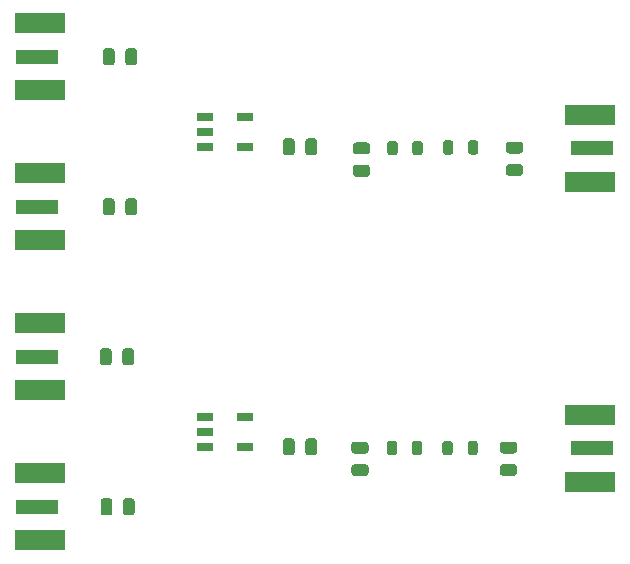
<source format=gbr>
%TF.GenerationSoftware,KiCad,Pcbnew,(5.1.9)-1*%
%TF.CreationDate,2021-03-17T18:41:45-04:00*%
%TF.ProjectId,BalunAndLowPass,42616c75-6e41-46e6-944c-6f7750617373,rev?*%
%TF.SameCoordinates,Original*%
%TF.FileFunction,Paste,Top*%
%TF.FilePolarity,Positive*%
%FSLAX46Y46*%
G04 Gerber Fmt 4.6, Leading zero omitted, Abs format (unit mm)*
G04 Created by KiCad (PCBNEW (5.1.9)-1) date 2021-03-17 18:41:45*
%MOMM*%
%LPD*%
G01*
G04 APERTURE LIST*
%ADD10R,4.200000X1.750000*%
%ADD11R,3.600000X1.270000*%
%ADD12R,1.400000X0.760000*%
G04 APERTURE END LIST*
D10*
%TO.C,J6*%
X104575000Y-92552000D03*
X104575000Y-98202000D03*
D11*
X104775000Y-95377000D03*
%TD*%
D10*
%TO.C,J5*%
X104575000Y-67152000D03*
X104575000Y-72802000D03*
D11*
X104775000Y-69977000D03*
%TD*%
D10*
%TO.C,J4*%
X57985000Y-90455000D03*
X57985000Y-84805000D03*
D11*
X57785000Y-87630000D03*
%TD*%
D10*
%TO.C,J3*%
X57985000Y-103155000D03*
X57985000Y-97505000D03*
D11*
X57785000Y-100330000D03*
%TD*%
D10*
%TO.C,J2*%
X57985000Y-65055000D03*
X57985000Y-59405000D03*
D11*
X57785000Y-62230000D03*
%TD*%
D10*
%TO.C,J1*%
X57985000Y-77755000D03*
X57985000Y-72105000D03*
D11*
X57785000Y-74930000D03*
%TD*%
%TO.C,CC6*%
G36*
G01*
X64320000Y-61755000D02*
X64320000Y-62705000D01*
G75*
G02*
X64070000Y-62955000I-250000J0D01*
G01*
X63570000Y-62955000D01*
G75*
G02*
X63320000Y-62705000I0J250000D01*
G01*
X63320000Y-61755000D01*
G75*
G02*
X63570000Y-61505000I250000J0D01*
G01*
X64070000Y-61505000D01*
G75*
G02*
X64320000Y-61755000I0J-250000D01*
G01*
G37*
G36*
G01*
X66220000Y-61755000D02*
X66220000Y-62705000D01*
G75*
G02*
X65970000Y-62955000I-250000J0D01*
G01*
X65470000Y-62955000D01*
G75*
G02*
X65220000Y-62705000I0J250000D01*
G01*
X65220000Y-61755000D01*
G75*
G02*
X65470000Y-61505000I250000J0D01*
G01*
X65970000Y-61505000D01*
G75*
G02*
X66220000Y-61755000I0J-250000D01*
G01*
G37*
%TD*%
%TO.C,CC5*%
G36*
G01*
X64320000Y-74455000D02*
X64320000Y-75405000D01*
G75*
G02*
X64070000Y-75655000I-250000J0D01*
G01*
X63570000Y-75655000D01*
G75*
G02*
X63320000Y-75405000I0J250000D01*
G01*
X63320000Y-74455000D01*
G75*
G02*
X63570000Y-74205000I250000J0D01*
G01*
X64070000Y-74205000D01*
G75*
G02*
X64320000Y-74455000I0J-250000D01*
G01*
G37*
G36*
G01*
X66220000Y-74455000D02*
X66220000Y-75405000D01*
G75*
G02*
X65970000Y-75655000I-250000J0D01*
G01*
X65470000Y-75655000D01*
G75*
G02*
X65220000Y-75405000I0J250000D01*
G01*
X65220000Y-74455000D01*
G75*
G02*
X65470000Y-74205000I250000J0D01*
G01*
X65970000Y-74205000D01*
G75*
G02*
X66220000Y-74455000I0J-250000D01*
G01*
G37*
%TD*%
%TO.C,CC4*%
G36*
G01*
X64066000Y-87155000D02*
X64066000Y-88105000D01*
G75*
G02*
X63816000Y-88355000I-250000J0D01*
G01*
X63316000Y-88355000D01*
G75*
G02*
X63066000Y-88105000I0J250000D01*
G01*
X63066000Y-87155000D01*
G75*
G02*
X63316000Y-86905000I250000J0D01*
G01*
X63816000Y-86905000D01*
G75*
G02*
X64066000Y-87155000I0J-250000D01*
G01*
G37*
G36*
G01*
X65966000Y-87155000D02*
X65966000Y-88105000D01*
G75*
G02*
X65716000Y-88355000I-250000J0D01*
G01*
X65216000Y-88355000D01*
G75*
G02*
X64966000Y-88105000I0J250000D01*
G01*
X64966000Y-87155000D01*
G75*
G02*
X65216000Y-86905000I250000J0D01*
G01*
X65716000Y-86905000D01*
G75*
G02*
X65966000Y-87155000I0J-250000D01*
G01*
G37*
%TD*%
%TO.C,CC3*%
G36*
G01*
X64127000Y-99855000D02*
X64127000Y-100805000D01*
G75*
G02*
X63877000Y-101055000I-250000J0D01*
G01*
X63377000Y-101055000D01*
G75*
G02*
X63127000Y-100805000I0J250000D01*
G01*
X63127000Y-99855000D01*
G75*
G02*
X63377000Y-99605000I250000J0D01*
G01*
X63877000Y-99605000D01*
G75*
G02*
X64127000Y-99855000I0J-250000D01*
G01*
G37*
G36*
G01*
X66027000Y-99855000D02*
X66027000Y-100805000D01*
G75*
G02*
X65777000Y-101055000I-250000J0D01*
G01*
X65277000Y-101055000D01*
G75*
G02*
X65027000Y-100805000I0J250000D01*
G01*
X65027000Y-99855000D01*
G75*
G02*
X65277000Y-99605000I250000J0D01*
G01*
X65777000Y-99605000D01*
G75*
G02*
X66027000Y-99855000I0J-250000D01*
G01*
G37*
%TD*%
%TO.C,L22*%
G36*
G01*
X92999400Y-69519550D02*
X92999400Y-70282050D01*
G75*
G02*
X92780650Y-70500800I-218750J0D01*
G01*
X92343150Y-70500800D01*
G75*
G02*
X92124400Y-70282050I0J218750D01*
G01*
X92124400Y-69519550D01*
G75*
G02*
X92343150Y-69300800I218750J0D01*
G01*
X92780650Y-69300800D01*
G75*
G02*
X92999400Y-69519550I0J-218750D01*
G01*
G37*
G36*
G01*
X95124400Y-69519550D02*
X95124400Y-70282050D01*
G75*
G02*
X94905650Y-70500800I-218750J0D01*
G01*
X94468150Y-70500800D01*
G75*
G02*
X94249400Y-70282050I0J218750D01*
G01*
X94249400Y-69519550D01*
G75*
G02*
X94468150Y-69300800I218750J0D01*
G01*
X94905650Y-69300800D01*
G75*
G02*
X95124400Y-69519550I0J-218750D01*
G01*
G37*
%TD*%
%TO.C,L11*%
G36*
G01*
X92948600Y-94970350D02*
X92948600Y-95732850D01*
G75*
G02*
X92729850Y-95951600I-218750J0D01*
G01*
X92292350Y-95951600D01*
G75*
G02*
X92073600Y-95732850I0J218750D01*
G01*
X92073600Y-94970350D01*
G75*
G02*
X92292350Y-94751600I218750J0D01*
G01*
X92729850Y-94751600D01*
G75*
G02*
X92948600Y-94970350I0J-218750D01*
G01*
G37*
G36*
G01*
X95073600Y-94970350D02*
X95073600Y-95732850D01*
G75*
G02*
X94854850Y-95951600I-218750J0D01*
G01*
X94417350Y-95951600D01*
G75*
G02*
X94198600Y-95732850I0J218750D01*
G01*
X94198600Y-94970350D01*
G75*
G02*
X94417350Y-94751600I218750J0D01*
G01*
X94854850Y-94751600D01*
G75*
G02*
X95073600Y-94970350I0J-218750D01*
G01*
G37*
%TD*%
D12*
%TO.C,TR2*%
X71945000Y-69850000D03*
X71945000Y-68580000D03*
X71945000Y-67310000D03*
X75375000Y-67310000D03*
X75375000Y-69850000D03*
%TD*%
%TO.C,TR1*%
X71945000Y-95250000D03*
X71945000Y-93980000D03*
X71945000Y-92710000D03*
X75375000Y-92710000D03*
X75375000Y-95250000D03*
%TD*%
%TO.C,L2*%
G36*
G01*
X88275000Y-69570350D02*
X88275000Y-70332850D01*
G75*
G02*
X88056250Y-70551600I-218750J0D01*
G01*
X87618750Y-70551600D01*
G75*
G02*
X87400000Y-70332850I0J218750D01*
G01*
X87400000Y-69570350D01*
G75*
G02*
X87618750Y-69351600I218750J0D01*
G01*
X88056250Y-69351600D01*
G75*
G02*
X88275000Y-69570350I0J-218750D01*
G01*
G37*
G36*
G01*
X90400000Y-69570350D02*
X90400000Y-70332850D01*
G75*
G02*
X90181250Y-70551600I-218750J0D01*
G01*
X89743750Y-70551600D01*
G75*
G02*
X89525000Y-70332850I0J218750D01*
G01*
X89525000Y-69570350D01*
G75*
G02*
X89743750Y-69351600I218750J0D01*
G01*
X90181250Y-69351600D01*
G75*
G02*
X90400000Y-69570350I0J-218750D01*
G01*
G37*
%TD*%
%TO.C,L1*%
G36*
G01*
X88224200Y-94970350D02*
X88224200Y-95732850D01*
G75*
G02*
X88005450Y-95951600I-218750J0D01*
G01*
X87567950Y-95951600D01*
G75*
G02*
X87349200Y-95732850I0J218750D01*
G01*
X87349200Y-94970350D01*
G75*
G02*
X87567950Y-94751600I218750J0D01*
G01*
X88005450Y-94751600D01*
G75*
G02*
X88224200Y-94970350I0J-218750D01*
G01*
G37*
G36*
G01*
X90349200Y-94970350D02*
X90349200Y-95732850D01*
G75*
G02*
X90130450Y-95951600I-218750J0D01*
G01*
X89692950Y-95951600D01*
G75*
G02*
X89474200Y-95732850I0J218750D01*
G01*
X89474200Y-94970350D01*
G75*
G02*
X89692950Y-94751600I218750J0D01*
G01*
X90130450Y-94751600D01*
G75*
G02*
X90349200Y-94970350I0J-218750D01*
G01*
G37*
%TD*%
%TO.C,CC2*%
G36*
G01*
X79560000Y-69375000D02*
X79560000Y-70325000D01*
G75*
G02*
X79310000Y-70575000I-250000J0D01*
G01*
X78810000Y-70575000D01*
G75*
G02*
X78560000Y-70325000I0J250000D01*
G01*
X78560000Y-69375000D01*
G75*
G02*
X78810000Y-69125000I250000J0D01*
G01*
X79310000Y-69125000D01*
G75*
G02*
X79560000Y-69375000I0J-250000D01*
G01*
G37*
G36*
G01*
X81460000Y-69375000D02*
X81460000Y-70325000D01*
G75*
G02*
X81210000Y-70575000I-250000J0D01*
G01*
X80710000Y-70575000D01*
G75*
G02*
X80460000Y-70325000I0J250000D01*
G01*
X80460000Y-69375000D01*
G75*
G02*
X80710000Y-69125000I250000J0D01*
G01*
X81210000Y-69125000D01*
G75*
G02*
X81460000Y-69375000I0J-250000D01*
G01*
G37*
%TD*%
%TO.C,CC1*%
G36*
G01*
X79560000Y-94775000D02*
X79560000Y-95725000D01*
G75*
G02*
X79310000Y-95975000I-250000J0D01*
G01*
X78810000Y-95975000D01*
G75*
G02*
X78560000Y-95725000I0J250000D01*
G01*
X78560000Y-94775000D01*
G75*
G02*
X78810000Y-94525000I250000J0D01*
G01*
X79310000Y-94525000D01*
G75*
G02*
X79560000Y-94775000I0J-250000D01*
G01*
G37*
G36*
G01*
X81460000Y-94775000D02*
X81460000Y-95725000D01*
G75*
G02*
X81210000Y-95975000I-250000J0D01*
G01*
X80710000Y-95975000D01*
G75*
G02*
X80460000Y-95725000I0J250000D01*
G01*
X80460000Y-94775000D01*
G75*
G02*
X80710000Y-94525000I250000J0D01*
G01*
X81210000Y-94525000D01*
G75*
G02*
X81460000Y-94775000I0J-250000D01*
G01*
G37*
%TD*%
%TO.C,C4*%
G36*
G01*
X97696000Y-71316000D02*
X98646000Y-71316000D01*
G75*
G02*
X98896000Y-71566000I0J-250000D01*
G01*
X98896000Y-72066000D01*
G75*
G02*
X98646000Y-72316000I-250000J0D01*
G01*
X97696000Y-72316000D01*
G75*
G02*
X97446000Y-72066000I0J250000D01*
G01*
X97446000Y-71566000D01*
G75*
G02*
X97696000Y-71316000I250000J0D01*
G01*
G37*
G36*
G01*
X97696000Y-69416000D02*
X98646000Y-69416000D01*
G75*
G02*
X98896000Y-69666000I0J-250000D01*
G01*
X98896000Y-70166000D01*
G75*
G02*
X98646000Y-70416000I-250000J0D01*
G01*
X97696000Y-70416000D01*
G75*
G02*
X97446000Y-70166000I0J250000D01*
G01*
X97446000Y-69666000D01*
G75*
G02*
X97696000Y-69416000I250000J0D01*
G01*
G37*
%TD*%
%TO.C,C3*%
G36*
G01*
X84742000Y-71377000D02*
X85692000Y-71377000D01*
G75*
G02*
X85942000Y-71627000I0J-250000D01*
G01*
X85942000Y-72127000D01*
G75*
G02*
X85692000Y-72377000I-250000J0D01*
G01*
X84742000Y-72377000D01*
G75*
G02*
X84492000Y-72127000I0J250000D01*
G01*
X84492000Y-71627000D01*
G75*
G02*
X84742000Y-71377000I250000J0D01*
G01*
G37*
G36*
G01*
X84742000Y-69477000D02*
X85692000Y-69477000D01*
G75*
G02*
X85942000Y-69727000I0J-250000D01*
G01*
X85942000Y-70227000D01*
G75*
G02*
X85692000Y-70477000I-250000J0D01*
G01*
X84742000Y-70477000D01*
G75*
G02*
X84492000Y-70227000I0J250000D01*
G01*
X84492000Y-69727000D01*
G75*
G02*
X84742000Y-69477000I250000J0D01*
G01*
G37*
%TD*%
%TO.C,C2*%
G36*
G01*
X97188000Y-96716000D02*
X98138000Y-96716000D01*
G75*
G02*
X98388000Y-96966000I0J-250000D01*
G01*
X98388000Y-97466000D01*
G75*
G02*
X98138000Y-97716000I-250000J0D01*
G01*
X97188000Y-97716000D01*
G75*
G02*
X96938000Y-97466000I0J250000D01*
G01*
X96938000Y-96966000D01*
G75*
G02*
X97188000Y-96716000I250000J0D01*
G01*
G37*
G36*
G01*
X97188000Y-94816000D02*
X98138000Y-94816000D01*
G75*
G02*
X98388000Y-95066000I0J-250000D01*
G01*
X98388000Y-95566000D01*
G75*
G02*
X98138000Y-95816000I-250000J0D01*
G01*
X97188000Y-95816000D01*
G75*
G02*
X96938000Y-95566000I0J250000D01*
G01*
X96938000Y-95066000D01*
G75*
G02*
X97188000Y-94816000I250000J0D01*
G01*
G37*
%TD*%
%TO.C,C1*%
G36*
G01*
X84615000Y-96716000D02*
X85565000Y-96716000D01*
G75*
G02*
X85815000Y-96966000I0J-250000D01*
G01*
X85815000Y-97466000D01*
G75*
G02*
X85565000Y-97716000I-250000J0D01*
G01*
X84615000Y-97716000D01*
G75*
G02*
X84365000Y-97466000I0J250000D01*
G01*
X84365000Y-96966000D01*
G75*
G02*
X84615000Y-96716000I250000J0D01*
G01*
G37*
G36*
G01*
X84615000Y-94816000D02*
X85565000Y-94816000D01*
G75*
G02*
X85815000Y-95066000I0J-250000D01*
G01*
X85815000Y-95566000D01*
G75*
G02*
X85565000Y-95816000I-250000J0D01*
G01*
X84615000Y-95816000D01*
G75*
G02*
X84365000Y-95566000I0J250000D01*
G01*
X84365000Y-95066000D01*
G75*
G02*
X84615000Y-94816000I250000J0D01*
G01*
G37*
%TD*%
M02*

</source>
